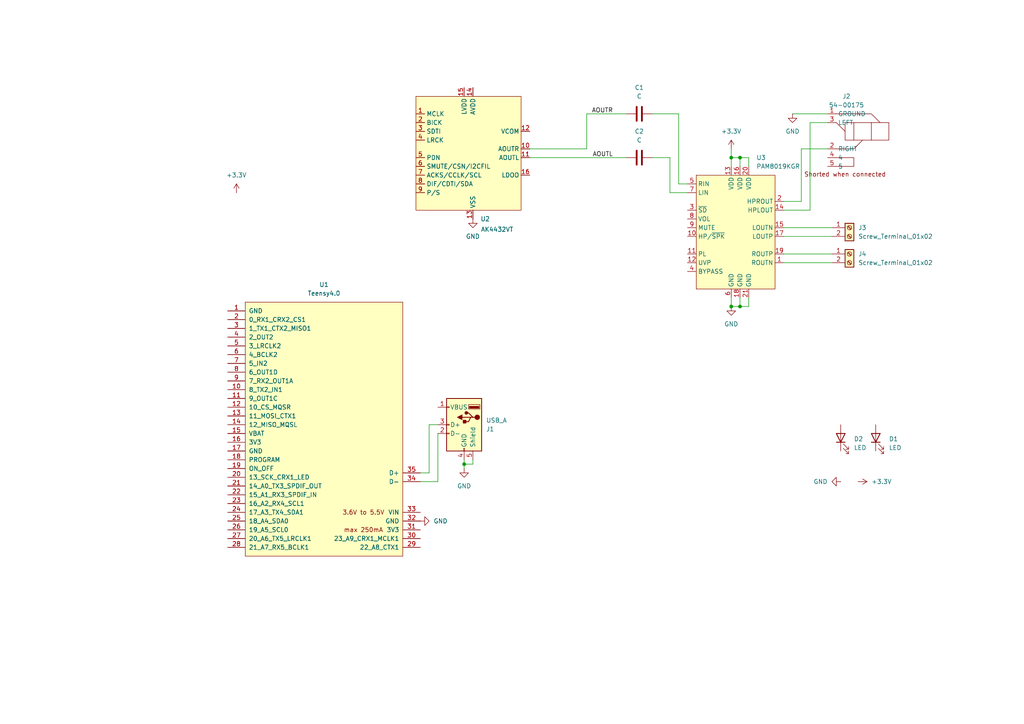
<source format=kicad_sch>
(kicad_sch
	(version 20231120)
	(generator "eeschema")
	(generator_version "8.0")
	(uuid "546cb0de-483e-40e2-898d-614ba33b81e8")
	(paper "A4")
	(lib_symbols
		(symbol "Connector:Screw_Terminal_01x02"
			(pin_names
				(offset 1.016) hide)
			(exclude_from_sim no)
			(in_bom yes)
			(on_board yes)
			(property "Reference" "J"
				(at 0 2.54 0)
				(effects
					(font
						(size 1.27 1.27)
					)
				)
			)
			(property "Value" "Screw_Terminal_01x02"
				(at 0 -5.08 0)
				(effects
					(font
						(size 1.27 1.27)
					)
				)
			)
			(property "Footprint" ""
				(at 0 0 0)
				(effects
					(font
						(size 1.27 1.27)
					)
					(hide yes)
				)
			)
			(property "Datasheet" "~"
				(at 0 0 0)
				(effects
					(font
						(size 1.27 1.27)
					)
					(hide yes)
				)
			)
			(property "Description" "Generic screw terminal, single row, 01x02, script generated (kicad-library-utils/schlib/autogen/connector/)"
				(at 0 0 0)
				(effects
					(font
						(size 1.27 1.27)
					)
					(hide yes)
				)
			)
			(property "ki_keywords" "screw terminal"
				(at 0 0 0)
				(effects
					(font
						(size 1.27 1.27)
					)
					(hide yes)
				)
			)
			(property "ki_fp_filters" "TerminalBlock*:*"
				(at 0 0 0)
				(effects
					(font
						(size 1.27 1.27)
					)
					(hide yes)
				)
			)
			(symbol "Screw_Terminal_01x02_1_1"
				(rectangle
					(start -1.27 1.27)
					(end 1.27 -3.81)
					(stroke
						(width 0.254)
						(type default)
					)
					(fill
						(type background)
					)
				)
				(circle
					(center 0 -2.54)
					(radius 0.635)
					(stroke
						(width 0.1524)
						(type default)
					)
					(fill
						(type none)
					)
				)
				(polyline
					(pts
						(xy -0.5334 -2.2098) (xy 0.3302 -3.048)
					)
					(stroke
						(width 0.1524)
						(type default)
					)
					(fill
						(type none)
					)
				)
				(polyline
					(pts
						(xy -0.5334 0.3302) (xy 0.3302 -0.508)
					)
					(stroke
						(width 0.1524)
						(type default)
					)
					(fill
						(type none)
					)
				)
				(polyline
					(pts
						(xy -0.3556 -2.032) (xy 0.508 -2.8702)
					)
					(stroke
						(width 0.1524)
						(type default)
					)
					(fill
						(type none)
					)
				)
				(polyline
					(pts
						(xy -0.3556 0.508) (xy 0.508 -0.3302)
					)
					(stroke
						(width 0.1524)
						(type default)
					)
					(fill
						(type none)
					)
				)
				(circle
					(center 0 0)
					(radius 0.635)
					(stroke
						(width 0.1524)
						(type default)
					)
					(fill
						(type none)
					)
				)
				(pin passive line
					(at -5.08 0 0)
					(length 3.81)
					(name "Pin_1"
						(effects
							(font
								(size 1.27 1.27)
							)
						)
					)
					(number "1"
						(effects
							(font
								(size 1.27 1.27)
							)
						)
					)
				)
				(pin passive line
					(at -5.08 -2.54 0)
					(length 3.81)
					(name "Pin_2"
						(effects
							(font
								(size 1.27 1.27)
							)
						)
					)
					(number "2"
						(effects
							(font
								(size 1.27 1.27)
							)
						)
					)
				)
			)
		)
		(symbol "Connector:USB_A"
			(pin_names
				(offset 1.016)
			)
			(exclude_from_sim no)
			(in_bom yes)
			(on_board yes)
			(property "Reference" "J"
				(at -5.08 11.43 0)
				(effects
					(font
						(size 1.27 1.27)
					)
					(justify left)
				)
			)
			(property "Value" "USB_A"
				(at -5.08 8.89 0)
				(effects
					(font
						(size 1.27 1.27)
					)
					(justify left)
				)
			)
			(property "Footprint" ""
				(at 3.81 -1.27 0)
				(effects
					(font
						(size 1.27 1.27)
					)
					(hide yes)
				)
			)
			(property "Datasheet" "~"
				(at 3.81 -1.27 0)
				(effects
					(font
						(size 1.27 1.27)
					)
					(hide yes)
				)
			)
			(property "Description" "USB Type A connector"
				(at 0 0 0)
				(effects
					(font
						(size 1.27 1.27)
					)
					(hide yes)
				)
			)
			(property "ki_keywords" "connector USB"
				(at 0 0 0)
				(effects
					(font
						(size 1.27 1.27)
					)
					(hide yes)
				)
			)
			(property "ki_fp_filters" "USB*"
				(at 0 0 0)
				(effects
					(font
						(size 1.27 1.27)
					)
					(hide yes)
				)
			)
			(symbol "USB_A_0_1"
				(rectangle
					(start -5.08 -7.62)
					(end 5.08 7.62)
					(stroke
						(width 0.254)
						(type default)
					)
					(fill
						(type background)
					)
				)
				(circle
					(center -3.81 2.159)
					(radius 0.635)
					(stroke
						(width 0.254)
						(type default)
					)
					(fill
						(type outline)
					)
				)
				(rectangle
					(start -1.524 4.826)
					(end -4.318 5.334)
					(stroke
						(width 0)
						(type default)
					)
					(fill
						(type outline)
					)
				)
				(rectangle
					(start -1.27 4.572)
					(end -4.572 5.842)
					(stroke
						(width 0)
						(type default)
					)
					(fill
						(type none)
					)
				)
				(circle
					(center -0.635 3.429)
					(radius 0.381)
					(stroke
						(width 0.254)
						(type default)
					)
					(fill
						(type outline)
					)
				)
				(rectangle
					(start -0.127 -7.62)
					(end 0.127 -6.858)
					(stroke
						(width 0)
						(type default)
					)
					(fill
						(type none)
					)
				)
				(polyline
					(pts
						(xy -3.175 2.159) (xy -2.54 2.159) (xy -1.27 3.429) (xy -0.635 3.429)
					)
					(stroke
						(width 0.254)
						(type default)
					)
					(fill
						(type none)
					)
				)
				(polyline
					(pts
						(xy -2.54 2.159) (xy -1.905 2.159) (xy -1.27 0.889) (xy 0 0.889)
					)
					(stroke
						(width 0.254)
						(type default)
					)
					(fill
						(type none)
					)
				)
				(polyline
					(pts
						(xy 0.635 2.794) (xy 0.635 1.524) (xy 1.905 2.159) (xy 0.635 2.794)
					)
					(stroke
						(width 0.254)
						(type default)
					)
					(fill
						(type outline)
					)
				)
				(rectangle
					(start 0.254 1.27)
					(end -0.508 0.508)
					(stroke
						(width 0.254)
						(type default)
					)
					(fill
						(type outline)
					)
				)
				(rectangle
					(start 5.08 -2.667)
					(end 4.318 -2.413)
					(stroke
						(width 0)
						(type default)
					)
					(fill
						(type none)
					)
				)
				(rectangle
					(start 5.08 -0.127)
					(end 4.318 0.127)
					(stroke
						(width 0)
						(type default)
					)
					(fill
						(type none)
					)
				)
				(rectangle
					(start 5.08 4.953)
					(end 4.318 5.207)
					(stroke
						(width 0)
						(type default)
					)
					(fill
						(type none)
					)
				)
			)
			(symbol "USB_A_1_1"
				(polyline
					(pts
						(xy -1.905 2.159) (xy 0.635 2.159)
					)
					(stroke
						(width 0.254)
						(type default)
					)
					(fill
						(type none)
					)
				)
				(pin power_in line
					(at 7.62 5.08 180)
					(length 2.54)
					(name "VBUS"
						(effects
							(font
								(size 1.27 1.27)
							)
						)
					)
					(number "1"
						(effects
							(font
								(size 1.27 1.27)
							)
						)
					)
				)
				(pin bidirectional line
					(at 7.62 -2.54 180)
					(length 2.54)
					(name "D-"
						(effects
							(font
								(size 1.27 1.27)
							)
						)
					)
					(number "2"
						(effects
							(font
								(size 1.27 1.27)
							)
						)
					)
				)
				(pin bidirectional line
					(at 7.62 0 180)
					(length 2.54)
					(name "D+"
						(effects
							(font
								(size 1.27 1.27)
							)
						)
					)
					(number "3"
						(effects
							(font
								(size 1.27 1.27)
							)
						)
					)
				)
				(pin power_in line
					(at 0 -10.16 90)
					(length 2.54)
					(name "GND"
						(effects
							(font
								(size 1.27 1.27)
							)
						)
					)
					(number "4"
						(effects
							(font
								(size 1.27 1.27)
							)
						)
					)
				)
				(pin passive line
					(at -2.54 -10.16 90)
					(length 2.54)
					(name "Shield"
						(effects
							(font
								(size 1.27 1.27)
							)
						)
					)
					(number "5"
						(effects
							(font
								(size 1.27 1.27)
							)
						)
					)
				)
			)
		)
		(symbol "Device:C"
			(pin_numbers hide)
			(pin_names
				(offset 0.254)
			)
			(exclude_from_sim no)
			(in_bom yes)
			(on_board yes)
			(property "Reference" "C"
				(at 0.635 2.54 0)
				(effects
					(font
						(size 1.27 1.27)
					)
					(justify left)
				)
			)
			(property "Value" "C"
				(at 0.635 -2.54 0)
				(effects
					(font
						(size 1.27 1.27)
					)
					(justify left)
				)
			)
			(property "Footprint" ""
				(at 0.9652 -3.81 0)
				(effects
					(font
						(size 1.27 1.27)
					)
					(hide yes)
				)
			)
			(property "Datasheet" "~"
				(at 0 0 0)
				(effects
					(font
						(size 1.27 1.27)
					)
					(hide yes)
				)
			)
			(property "Description" "Unpolarized capacitor"
				(at 0 0 0)
				(effects
					(font
						(size 1.27 1.27)
					)
					(hide yes)
				)
			)
			(property "ki_keywords" "cap capacitor"
				(at 0 0 0)
				(effects
					(font
						(size 1.27 1.27)
					)
					(hide yes)
				)
			)
			(property "ki_fp_filters" "C_*"
				(at 0 0 0)
				(effects
					(font
						(size 1.27 1.27)
					)
					(hide yes)
				)
			)
			(symbol "C_0_1"
				(polyline
					(pts
						(xy -2.032 -0.762) (xy 2.032 -0.762)
					)
					(stroke
						(width 0.508)
						(type default)
					)
					(fill
						(type none)
					)
				)
				(polyline
					(pts
						(xy -2.032 0.762) (xy 2.032 0.762)
					)
					(stroke
						(width 0.508)
						(type default)
					)
					(fill
						(type none)
					)
				)
			)
			(symbol "C_1_1"
				(pin passive line
					(at 0 3.81 270)
					(length 2.794)
					(name "~"
						(effects
							(font
								(size 1.27 1.27)
							)
						)
					)
					(number "1"
						(effects
							(font
								(size 1.27 1.27)
							)
						)
					)
				)
				(pin passive line
					(at 0 -3.81 90)
					(length 2.794)
					(name "~"
						(effects
							(font
								(size 1.27 1.27)
							)
						)
					)
					(number "2"
						(effects
							(font
								(size 1.27 1.27)
							)
						)
					)
				)
			)
		)
		(symbol "Device:LED"
			(pin_numbers hide)
			(pin_names
				(offset 1.016) hide)
			(exclude_from_sim no)
			(in_bom yes)
			(on_board yes)
			(property "Reference" "D"
				(at 0 2.54 0)
				(effects
					(font
						(size 1.27 1.27)
					)
				)
			)
			(property "Value" "LED"
				(at 0 -2.54 0)
				(effects
					(font
						(size 1.27 1.27)
					)
				)
			)
			(property "Footprint" ""
				(at 0 0 0)
				(effects
					(font
						(size 1.27 1.27)
					)
					(hide yes)
				)
			)
			(property "Datasheet" "~"
				(at 0 0 0)
				(effects
					(font
						(size 1.27 1.27)
					)
					(hide yes)
				)
			)
			(property "Description" "Light emitting diode"
				(at 0 0 0)
				(effects
					(font
						(size 1.27 1.27)
					)
					(hide yes)
				)
			)
			(property "ki_keywords" "LED diode"
				(at 0 0 0)
				(effects
					(font
						(size 1.27 1.27)
					)
					(hide yes)
				)
			)
			(property "ki_fp_filters" "LED* LED_SMD:* LED_THT:*"
				(at 0 0 0)
				(effects
					(font
						(size 1.27 1.27)
					)
					(hide yes)
				)
			)
			(symbol "LED_0_1"
				(polyline
					(pts
						(xy -1.27 -1.27) (xy -1.27 1.27)
					)
					(stroke
						(width 0.254)
						(type default)
					)
					(fill
						(type none)
					)
				)
				(polyline
					(pts
						(xy -1.27 0) (xy 1.27 0)
					)
					(stroke
						(width 0)
						(type default)
					)
					(fill
						(type none)
					)
				)
				(polyline
					(pts
						(xy 1.27 -1.27) (xy 1.27 1.27) (xy -1.27 0) (xy 1.27 -1.27)
					)
					(stroke
						(width 0.254)
						(type default)
					)
					(fill
						(type none)
					)
				)
				(polyline
					(pts
						(xy -3.048 -0.762) (xy -4.572 -2.286) (xy -3.81 -2.286) (xy -4.572 -2.286) (xy -4.572 -1.524)
					)
					(stroke
						(width 0)
						(type default)
					)
					(fill
						(type none)
					)
				)
				(polyline
					(pts
						(xy -1.778 -0.762) (xy -3.302 -2.286) (xy -2.54 -2.286) (xy -3.302 -2.286) (xy -3.302 -1.524)
					)
					(stroke
						(width 0)
						(type default)
					)
					(fill
						(type none)
					)
				)
			)
			(symbol "LED_1_1"
				(pin passive line
					(at -3.81 0 0)
					(length 2.54)
					(name "K"
						(effects
							(font
								(size 1.27 1.27)
							)
						)
					)
					(number "1"
						(effects
							(font
								(size 1.27 1.27)
							)
						)
					)
				)
				(pin passive line
					(at 3.81 0 180)
					(length 2.54)
					(name "A"
						(effects
							(font
								(size 1.27 1.27)
							)
						)
					)
					(number "2"
						(effects
							(font
								(size 1.27 1.27)
							)
						)
					)
				)
			)
		)
		(symbol "power:+3.3V"
			(power)
			(pin_numbers hide)
			(pin_names
				(offset 0) hide)
			(exclude_from_sim no)
			(in_bom yes)
			(on_board yes)
			(property "Reference" "#PWR"
				(at 0 -3.81 0)
				(effects
					(font
						(size 1.27 1.27)
					)
					(hide yes)
				)
			)
			(property "Value" "+3.3V"
				(at 0 3.556 0)
				(effects
					(font
						(size 1.27 1.27)
					)
				)
			)
			(property "Footprint" ""
				(at 0 0 0)
				(effects
					(font
						(size 1.27 1.27)
					)
					(hide yes)
				)
			)
			(property "Datasheet" ""
				(at 0 0 0)
				(effects
					(font
						(size 1.27 1.27)
					)
					(hide yes)
				)
			)
			(property "Description" "Power symbol creates a global label with name \"+3.3V\""
				(at 0 0 0)
				(effects
					(font
						(size 1.27 1.27)
					)
					(hide yes)
				)
			)
			(property "ki_keywords" "global power"
				(at 0 0 0)
				(effects
					(font
						(size 1.27 1.27)
					)
					(hide yes)
				)
			)
			(symbol "+3.3V_0_1"
				(polyline
					(pts
						(xy -0.762 1.27) (xy 0 2.54)
					)
					(stroke
						(width 0)
						(type default)
					)
					(fill
						(type none)
					)
				)
				(polyline
					(pts
						(xy 0 0) (xy 0 2.54)
					)
					(stroke
						(width 0)
						(type default)
					)
					(fill
						(type none)
					)
				)
				(polyline
					(pts
						(xy 0 2.54) (xy 0.762 1.27)
					)
					(stroke
						(width 0)
						(type default)
					)
					(fill
						(type none)
					)
				)
			)
			(symbol "+3.3V_1_1"
				(pin power_in line
					(at 0 0 90)
					(length 0)
					(name "~"
						(effects
							(font
								(size 1.27 1.27)
							)
						)
					)
					(number "1"
						(effects
							(font
								(size 1.27 1.27)
							)
						)
					)
				)
			)
		)
		(symbol "power:GND"
			(power)
			(pin_numbers hide)
			(pin_names
				(offset 0) hide)
			(exclude_from_sim no)
			(in_bom yes)
			(on_board yes)
			(property "Reference" "#PWR"
				(at 0 -6.35 0)
				(effects
					(font
						(size 1.27 1.27)
					)
					(hide yes)
				)
			)
			(property "Value" "GND"
				(at 0 -3.81 0)
				(effects
					(font
						(size 1.27 1.27)
					)
				)
			)
			(property "Footprint" ""
				(at 0 0 0)
				(effects
					(font
						(size 1.27 1.27)
					)
					(hide yes)
				)
			)
			(property "Datasheet" ""
				(at 0 0 0)
				(effects
					(font
						(size 1.27 1.27)
					)
					(hide yes)
				)
			)
			(property "Description" "Power symbol creates a global label with name \"GND\" , ground"
				(at 0 0 0)
				(effects
					(font
						(size 1.27 1.27)
					)
					(hide yes)
				)
			)
			(property "ki_keywords" "global power"
				(at 0 0 0)
				(effects
					(font
						(size 1.27 1.27)
					)
					(hide yes)
				)
			)
			(symbol "GND_0_1"
				(polyline
					(pts
						(xy 0 0) (xy 0 -1.27) (xy 1.27 -1.27) (xy 0 -2.54) (xy -1.27 -1.27) (xy 0 -1.27)
					)
					(stroke
						(width 0)
						(type default)
					)
					(fill
						(type none)
					)
				)
			)
			(symbol "GND_1_1"
				(pin power_in line
					(at 0 0 270)
					(length 0)
					(name "~"
						(effects
							(font
								(size 1.27 1.27)
							)
						)
					)
					(number "1"
						(effects
							(font
								(size 1.27 1.27)
							)
						)
					)
				)
			)
		)
		(symbol "teensy:Teensy4.0"
			(pin_names
				(offset 1.016)
			)
			(exclude_from_sim no)
			(in_bom yes)
			(on_board yes)
			(property "Reference" "U"
				(at 0 39.37 0)
				(effects
					(font
						(size 1.27 1.27)
					)
				)
			)
			(property "Value" "Teensy4.0"
				(at 0 -39.37 0)
				(effects
					(font
						(size 1.27 1.27)
					)
				)
			)
			(property "Footprint" "tim:Teensy40"
				(at -10.16 5.08 0)
				(effects
					(font
						(size 1.27 1.27)
					)
					(hide yes)
				)
			)
			(property "Datasheet" ""
				(at -10.16 5.08 0)
				(effects
					(font
						(size 1.27 1.27)
					)
					(hide yes)
				)
			)
			(property "Description" ""
				(at 0 0 0)
				(effects
					(font
						(size 1.27 1.27)
					)
					(hide yes)
				)
			)
			(symbol "Teensy4.0_0_0"
				(text "3.6V to 5.5V"
					(at 11.43 -24.13 0)
					(effects
						(font
							(size 1.27 1.27)
						)
					)
				)
				(text "max 250mA"
					(at 11.43 -29.21 0)
					(effects
						(font
							(size 1.27 1.27)
						)
					)
				)
				(pin bidirectional line
					(at -27.94 11.43 0)
					(length 5.08)
					(name "8_TX2_IN1"
						(effects
							(font
								(size 1.27 1.27)
							)
						)
					)
					(number "10"
						(effects
							(font
								(size 1.27 1.27)
							)
						)
					)
				)
				(pin bidirectional line
					(at -27.94 8.89 0)
					(length 5.08)
					(name "9_OUT1C"
						(effects
							(font
								(size 1.27 1.27)
							)
						)
					)
					(number "11"
						(effects
							(font
								(size 1.27 1.27)
							)
						)
					)
				)
				(pin bidirectional line
					(at -27.94 6.35 0)
					(length 5.08)
					(name "10_CS_MQSR"
						(effects
							(font
								(size 1.27 1.27)
							)
						)
					)
					(number "12"
						(effects
							(font
								(size 1.27 1.27)
							)
						)
					)
				)
				(pin bidirectional line
					(at -27.94 3.81 0)
					(length 5.08)
					(name "11_MOSI_CTX1"
						(effects
							(font
								(size 1.27 1.27)
							)
						)
					)
					(number "13"
						(effects
							(font
								(size 1.27 1.27)
							)
						)
					)
				)
				(pin bidirectional line
					(at -27.94 1.27 0)
					(length 5.08)
					(name "12_MISO_MQSL"
						(effects
							(font
								(size 1.27 1.27)
							)
						)
					)
					(number "14"
						(effects
							(font
								(size 1.27 1.27)
							)
						)
					)
				)
				(pin power_in line
					(at -27.94 -1.27 0)
					(length 5.08)
					(name "VBAT"
						(effects
							(font
								(size 1.27 1.27)
							)
						)
					)
					(number "15"
						(effects
							(font
								(size 1.27 1.27)
							)
						)
					)
				)
				(pin power_in line
					(at -27.94 -3.81 0)
					(length 5.08)
					(name "3V3"
						(effects
							(font
								(size 1.27 1.27)
							)
						)
					)
					(number "16"
						(effects
							(font
								(size 1.27 1.27)
							)
						)
					)
				)
				(pin power_in line
					(at -27.94 -6.35 0)
					(length 5.08)
					(name "GND"
						(effects
							(font
								(size 1.27 1.27)
							)
						)
					)
					(number "17"
						(effects
							(font
								(size 1.27 1.27)
							)
						)
					)
				)
				(pin input line
					(at -27.94 -8.89 0)
					(length 5.08)
					(name "PROGRAM"
						(effects
							(font
								(size 1.27 1.27)
							)
						)
					)
					(number "18"
						(effects
							(font
								(size 1.27 1.27)
							)
						)
					)
				)
				(pin input line
					(at -27.94 -11.43 0)
					(length 5.08)
					(name "ON_OFF"
						(effects
							(font
								(size 1.27 1.27)
							)
						)
					)
					(number "19"
						(effects
							(font
								(size 1.27 1.27)
							)
						)
					)
				)
				(pin bidirectional line
					(at -27.94 -13.97 0)
					(length 5.08)
					(name "13_SCK_CRX1_LED"
						(effects
							(font
								(size 1.27 1.27)
							)
						)
					)
					(number "20"
						(effects
							(font
								(size 1.27 1.27)
							)
						)
					)
				)
				(pin bidirectional line
					(at -27.94 -16.51 0)
					(length 5.08)
					(name "14_A0_TX3_SPDIF_OUT"
						(effects
							(font
								(size 1.27 1.27)
							)
						)
					)
					(number "21"
						(effects
							(font
								(size 1.27 1.27)
							)
						)
					)
				)
				(pin bidirectional line
					(at -27.94 -19.05 0)
					(length 5.08)
					(name "15_A1_RX3_SPDIF_IN"
						(effects
							(font
								(size 1.27 1.27)
							)
						)
					)
					(number "22"
						(effects
							(font
								(size 1.27 1.27)
							)
						)
					)
				)
				(pin bidirectional line
					(at -27.94 -21.59 0)
					(length 5.08)
					(name "16_A2_RX4_SCL1"
						(effects
							(font
								(size 1.27 1.27)
							)
						)
					)
					(number "23"
						(effects
							(font
								(size 1.27 1.27)
							)
						)
					)
				)
				(pin bidirectional line
					(at -27.94 -24.13 0)
					(length 5.08)
					(name "17_A3_TX4_SDA1"
						(effects
							(font
								(size 1.27 1.27)
							)
						)
					)
					(number "24"
						(effects
							(font
								(size 1.27 1.27)
							)
						)
					)
				)
				(pin bidirectional line
					(at -27.94 -26.67 0)
					(length 5.08)
					(name "18_A4_SDA0"
						(effects
							(font
								(size 1.27 1.27)
							)
						)
					)
					(number "25"
						(effects
							(font
								(size 1.27 1.27)
							)
						)
					)
				)
				(pin bidirectional line
					(at -27.94 -29.21 0)
					(length 5.08)
					(name "19_A5_SCL0"
						(effects
							(font
								(size 1.27 1.27)
							)
						)
					)
					(number "26"
						(effects
							(font
								(size 1.27 1.27)
							)
						)
					)
				)
				(pin bidirectional line
					(at -27.94 -31.75 0)
					(length 5.08)
					(name "20_A6_TX5_LRCLK1"
						(effects
							(font
								(size 1.27 1.27)
							)
						)
					)
					(number "27"
						(effects
							(font
								(size 1.27 1.27)
							)
						)
					)
				)
				(pin bidirectional line
					(at -27.94 -34.29 0)
					(length 5.08)
					(name "21_A7_RX5_BCLK1"
						(effects
							(font
								(size 1.27 1.27)
							)
						)
					)
					(number "28"
						(effects
							(font
								(size 1.27 1.27)
							)
						)
					)
				)
				(pin bidirectional line
					(at 27.94 -34.29 180)
					(length 5.08)
					(name "22_A8_CTX1"
						(effects
							(font
								(size 1.27 1.27)
							)
						)
					)
					(number "29"
						(effects
							(font
								(size 1.27 1.27)
							)
						)
					)
				)
				(pin bidirectional line
					(at 27.94 -31.75 180)
					(length 5.08)
					(name "23_A9_CRX1_MCLK1"
						(effects
							(font
								(size 1.27 1.27)
							)
						)
					)
					(number "30"
						(effects
							(font
								(size 1.27 1.27)
							)
						)
					)
				)
				(pin power_out line
					(at 27.94 -29.21 180)
					(length 5.08)
					(name "3V3"
						(effects
							(font
								(size 1.27 1.27)
							)
						)
					)
					(number "31"
						(effects
							(font
								(size 1.27 1.27)
							)
						)
					)
				)
				(pin power_in line
					(at 27.94 -26.67 180)
					(length 5.08)
					(name "GND"
						(effects
							(font
								(size 1.27 1.27)
							)
						)
					)
					(number "32"
						(effects
							(font
								(size 1.27 1.27)
							)
						)
					)
				)
				(pin power_in line
					(at 27.94 -24.13 180)
					(length 5.08)
					(name "VIN"
						(effects
							(font
								(size 1.27 1.27)
							)
						)
					)
					(number "33"
						(effects
							(font
								(size 1.27 1.27)
							)
						)
					)
				)
				(pin bidirectional line
					(at -27.94 24.13 0)
					(length 5.08)
					(name "3_LRCLK2"
						(effects
							(font
								(size 1.27 1.27)
							)
						)
					)
					(number "5"
						(effects
							(font
								(size 1.27 1.27)
							)
						)
					)
				)
				(pin bidirectional line
					(at -27.94 21.59 0)
					(length 5.08)
					(name "4_BCLK2"
						(effects
							(font
								(size 1.27 1.27)
							)
						)
					)
					(number "6"
						(effects
							(font
								(size 1.27 1.27)
							)
						)
					)
				)
				(pin bidirectional line
					(at -27.94 19.05 0)
					(length 5.08)
					(name "5_IN2"
						(effects
							(font
								(size 1.27 1.27)
							)
						)
					)
					(number "7"
						(effects
							(font
								(size 1.27 1.27)
							)
						)
					)
				)
				(pin bidirectional line
					(at -27.94 16.51 0)
					(length 5.08)
					(name "6_OUT1D"
						(effects
							(font
								(size 1.27 1.27)
							)
						)
					)
					(number "8"
						(effects
							(font
								(size 1.27 1.27)
							)
						)
					)
				)
				(pin bidirectional line
					(at -27.94 13.97 0)
					(length 5.08)
					(name "7_RX2_OUT1A"
						(effects
							(font
								(size 1.27 1.27)
							)
						)
					)
					(number "9"
						(effects
							(font
								(size 1.27 1.27)
							)
						)
					)
				)
			)
			(symbol "Teensy4.0_0_1"
				(rectangle
					(start -20.32 -31.75)
					(end -20.32 -31.75)
					(stroke
						(width 0)
						(type solid)
					)
					(fill
						(type none)
					)
				)
			)
			(symbol "Teensy4.0_1_0"
				(pin bidirectional line
					(at 27.94 -15.24 180)
					(length 5.08)
					(name "D-"
						(effects
							(font
								(size 1.27 1.27)
							)
						)
					)
					(number "34"
						(effects
							(font
								(size 1.27 1.27)
							)
						)
					)
				)
				(pin bidirectional line
					(at 27.94 -12.7 180)
					(length 5.08)
					(name "D+"
						(effects
							(font
								(size 1.27 1.27)
							)
						)
					)
					(number "35"
						(effects
							(font
								(size 1.27 1.27)
							)
						)
					)
				)
			)
			(symbol "Teensy4.0_1_1"
				(rectangle
					(start -22.86 36.83)
					(end 22.86 -36.83)
					(stroke
						(width 0)
						(type solid)
					)
					(fill
						(type background)
					)
				)
				(pin power_in line
					(at -27.94 34.29 0)
					(length 5.08)
					(name "GND"
						(effects
							(font
								(size 1.27 1.27)
							)
						)
					)
					(number "1"
						(effects
							(font
								(size 1.27 1.27)
							)
						)
					)
				)
				(pin bidirectional line
					(at -27.94 31.75 0)
					(length 5.08)
					(name "0_RX1_CRX2_CS1"
						(effects
							(font
								(size 1.27 1.27)
							)
						)
					)
					(number "2"
						(effects
							(font
								(size 1.27 1.27)
							)
						)
					)
				)
				(pin bidirectional line
					(at -27.94 29.21 0)
					(length 5.08)
					(name "1_TX1_CTX2_MISO1"
						(effects
							(font
								(size 1.27 1.27)
							)
						)
					)
					(number "3"
						(effects
							(font
								(size 1.27 1.27)
							)
						)
					)
				)
				(pin bidirectional line
					(at -27.94 26.67 0)
					(length 5.08)
					(name "2_OUT2"
						(effects
							(font
								(size 1.27 1.27)
							)
						)
					)
					(number "4"
						(effects
							(font
								(size 1.27 1.27)
							)
						)
					)
				)
			)
		)
		(symbol "tim:54-00175"
			(exclude_from_sim no)
			(in_bom yes)
			(on_board yes)
			(property "Reference" "J"
				(at -1.778 1.27 0)
				(effects
					(font
						(size 1.27 1.27)
					)
				)
			)
			(property "Value" "54-00175"
				(at 0 0 0)
				(effects
					(font
						(size 1.27 1.27)
					)
				)
			)
			(property "Footprint" "tim:54-00175"
				(at 0 0 0)
				(effects
					(font
						(size 1.27 1.27)
					)
					(hide yes)
				)
			)
			(property "Datasheet" "http://tensility.com/pdffiles/54-00175.pdf"
				(at 0 0 0)
				(effects
					(font
						(size 1.27 1.27)
					)
					(hide yes)
				)
			)
			(property "Description" "3.50mm (0.141\", 1/8\", Mini Plug) - Headphone Phone Jack Stereo (3 Conductor, TRS) Connector Solder"
				(at 0 0 0)
				(effects
					(font
						(size 1.27 1.27)
					)
					(hide yes)
				)
			)
			(symbol "54-00175_0_1"
				(polyline
					(pts
						(xy -7.62 2.54) (xy -7.62 -2.54)
					)
					(stroke
						(width 0)
						(type default)
					)
					(fill
						(type none)
					)
				)
				(polyline
					(pts
						(xy -2.54 2.54) (xy -2.54 -2.54)
					)
					(stroke
						(width 0)
						(type default)
					)
					(fill
						(type none)
					)
				)
				(polyline
					(pts
						(xy 2.54 2.54) (xy 0 0)
					)
					(stroke
						(width 0)
						(type default)
					)
					(fill
						(type none)
					)
				)
				(polyline
					(pts
						(xy 2.54 -5.08) (xy -2.54 -5.08) (xy -5.08 -2.54)
					)
					(stroke
						(width 0)
						(type default)
					)
					(fill
						(type none)
					)
				)
				(polyline
					(pts
						(xy 2.54 5.08) (xy -7.62 5.08) (xy -10.16 2.54)
					)
					(stroke
						(width 0)
						(type default)
					)
					(fill
						(type none)
					)
				)
				(polyline
					(pts
						(xy 2.54 -7.62) (xy -2.54 -7.62) (xy -2.54 -10.16) (xy 2.54 -10.16)
					)
					(stroke
						(width 0)
						(type default)
					)
					(fill
						(type none)
					)
				)
				(polyline
					(pts
						(xy -12.7 2.54) (xy 0 2.54) (xy 0 -2.54) (xy -12.7 -2.54) (xy -12.7 2.54)
					)
					(stroke
						(width 0)
						(type default)
					)
					(fill
						(type none)
					)
				)
			)
			(symbol "54-00175_1_1"
				(text "Shorted when connected"
					(at 0 -12.446 0)
					(effects
						(font
							(size 1.27 1.27)
						)
					)
				)
				(pin output line
					(at 5.08 5.08 180)
					(length 2.54)
					(name "GROUND"
						(effects
							(font
								(size 1.27 1.27)
							)
						)
					)
					(number "1"
						(effects
							(font
								(size 1.27 1.27)
							)
						)
					)
				)
				(pin output line
					(at 5.08 -5.08 180)
					(length 2.54)
					(name "RIGHT"
						(effects
							(font
								(size 1.27 1.27)
							)
						)
					)
					(number "2"
						(effects
							(font
								(size 1.27 1.27)
							)
						)
					)
				)
				(pin output line
					(at 5.08 2.54 180)
					(length 2.54)
					(name "LEFT"
						(effects
							(font
								(size 1.27 1.27)
							)
						)
					)
					(number "3"
						(effects
							(font
								(size 1.27 1.27)
							)
						)
					)
				)
				(pin output line
					(at 5.08 -7.62 180)
					(length 2.54)
					(name "4"
						(effects
							(font
								(size 1.27 1.27)
							)
						)
					)
					(number "4"
						(effects
							(font
								(size 1.27 1.27)
							)
						)
					)
				)
				(pin output line
					(at 5.08 -10.16 180)
					(length 2.54)
					(name "5"
						(effects
							(font
								(size 1.27 1.27)
							)
						)
					)
					(number "5"
						(effects
							(font
								(size 1.27 1.27)
							)
						)
					)
				)
			)
		)
		(symbol "tim:AK4432VT"
			(exclude_from_sim no)
			(in_bom yes)
			(on_board yes)
			(property "Reference" "U"
				(at -13.97 -17.78 0)
				(effects
					(font
						(size 1.27 1.27)
					)
				)
			)
			(property "Value" ""
				(at -13.97 -17.78 0)
				(effects
					(font
						(size 1.27 1.27)
					)
				)
			)
			(property "Footprint" "Package_SO:TSSOP-16_4.4x5mm_P0.65mm"
				(at -13.97 -17.78 0)
				(effects
					(font
						(size 1.27 1.27)
					)
					(hide yes)
				)
			)
			(property "Datasheet" ""
				(at -13.97 -17.78 0)
				(effects
					(font
						(size 1.27 1.27)
					)
					(hide yes)
				)
			)
			(property "Description" ""
				(at -13.97 -17.78 0)
				(effects
					(font
						(size 1.27 1.27)
					)
					(hide yes)
				)
			)
			(symbol "AK4432VT_1_1"
				(rectangle
					(start 0 0)
					(end 30.48 -33.02)
					(stroke
						(width 0)
						(type default)
					)
					(fill
						(type background)
					)
				)
				(pin input line
					(at 0 -5.08 0)
					(length 2.54)
					(name "MCLK"
						(effects
							(font
								(size 1.27 1.27)
							)
						)
					)
					(number "1"
						(effects
							(font
								(size 1.27 1.27)
							)
						)
					)
				)
				(pin output line
					(at 33.02 -15.24 180)
					(length 2.54)
					(name "AOUTR"
						(effects
							(font
								(size 1.27 1.27)
							)
						)
					)
					(number "10"
						(effects
							(font
								(size 1.27 1.27)
							)
						)
					)
				)
				(pin output line
					(at 33.02 -17.78 180)
					(length 2.54)
					(name "AOUTL"
						(effects
							(font
								(size 1.27 1.27)
							)
						)
					)
					(number "11"
						(effects
							(font
								(size 1.27 1.27)
							)
						)
					)
				)
				(pin output line
					(at 33.02 -10.16 180)
					(length 2.54)
					(name "VCOM"
						(effects
							(font
								(size 1.27 1.27)
							)
						)
					)
					(number "12"
						(effects
							(font
								(size 1.27 1.27)
							)
						)
					)
				)
				(pin power_in line
					(at 16.51 -35.56 90)
					(length 2.54)
					(name "VSS"
						(effects
							(font
								(size 1.27 1.27)
							)
						)
					)
					(number "13"
						(effects
							(font
								(size 1.27 1.27)
							)
						)
					)
				)
				(pin power_in line
					(at 16.51 2.54 270)
					(length 2.54)
					(name "AVDD"
						(effects
							(font
								(size 1.27 1.27)
							)
						)
					)
					(number "14"
						(effects
							(font
								(size 1.27 1.27)
							)
						)
					)
				)
				(pin power_in line
					(at 13.97 2.54 270)
					(length 2.54)
					(name "LVDD"
						(effects
							(font
								(size 1.27 1.27)
							)
						)
					)
					(number "15"
						(effects
							(font
								(size 1.27 1.27)
							)
						)
					)
				)
				(pin output line
					(at 33.02 -22.86 180)
					(length 2.54)
					(name "LDOO"
						(effects
							(font
								(size 1.27 1.27)
							)
						)
					)
					(number "16"
						(effects
							(font
								(size 1.27 1.27)
							)
						)
					)
				)
				(pin input line
					(at 0 -7.62 0)
					(length 2.54)
					(name "BICK"
						(effects
							(font
								(size 1.27 1.27)
							)
						)
					)
					(number "2"
						(effects
							(font
								(size 1.27 1.27)
							)
						)
					)
				)
				(pin input line
					(at 0 -10.16 0)
					(length 2.54)
					(name "SDTI"
						(effects
							(font
								(size 1.27 1.27)
							)
						)
					)
					(number "3"
						(effects
							(font
								(size 1.27 1.27)
							)
						)
					)
				)
				(pin input line
					(at 0 -12.7 0)
					(length 2.54)
					(name "LRCK"
						(effects
							(font
								(size 1.27 1.27)
							)
						)
					)
					(number "4"
						(effects
							(font
								(size 1.27 1.27)
							)
						)
					)
				)
				(pin input line
					(at 0 -17.78 0)
					(length 2.54)
					(name "PDN"
						(effects
							(font
								(size 1.27 1.27)
							)
						)
					)
					(number "5"
						(effects
							(font
								(size 1.27 1.27)
							)
						)
					)
				)
				(pin input line
					(at 0 -20.32 0)
					(length 2.54)
					(name "SMUTE/CSN/I2CFIL"
						(effects
							(font
								(size 1.27 1.27)
							)
						)
					)
					(number "6"
						(effects
							(font
								(size 1.27 1.27)
							)
						)
					)
				)
				(pin input line
					(at 0 -22.86 0)
					(length 2.54)
					(name "ACKS/CCLK/SCL"
						(effects
							(font
								(size 1.27 1.27)
							)
						)
					)
					(number "7"
						(effects
							(font
								(size 1.27 1.27)
							)
						)
					)
				)
				(pin input line
					(at 0 -25.4 0)
					(length 2.54)
					(name "DIF/CDTI/SDA"
						(effects
							(font
								(size 1.27 1.27)
							)
						)
					)
					(number "8"
						(effects
							(font
								(size 1.27 1.27)
							)
						)
					)
				)
				(pin input line
					(at 0 -27.94 0)
					(length 2.54)
					(name "P/S"
						(effects
							(font
								(size 1.27 1.27)
							)
						)
					)
					(number "9"
						(effects
							(font
								(size 1.27 1.27)
							)
						)
					)
				)
			)
		)
		(symbol "tim:PAM8019"
			(exclude_from_sim no)
			(in_bom yes)
			(on_board yes)
			(property "Reference" "U"
				(at 0 0 0)
				(effects
					(font
						(size 1.27 1.27)
					)
				)
			)
			(property "Value" "PAM8019KGR"
				(at 0 0 0)
				(effects
					(font
						(size 1.27 1.27)
					)
				)
			)
			(property "Footprint" "Package_DFN_QFN:QFN-20-1EP_4x4mm_P0.5mm_EP2.5x2.5mm"
				(at 0 0 0)
				(effects
					(font
						(size 1.27 1.27)
					)
					(hide yes)
				)
			)
			(property "Datasheet" "https://www.diodes.com/assets/Datasheets/products_inactive_data/PAM8019.pdf"
				(at 0 0 0)
				(effects
					(font
						(size 1.27 1.27)
					)
					(hide yes)
				)
			)
			(property "Description" "IC AMP D/AB STER 3W U-QFN4040-20"
				(at 0 0 0)
				(effects
					(font
						(size 1.27 1.27)
					)
					(hide yes)
				)
			)
			(symbol "PAM8019_1_1"
				(rectangle
					(start 0 0)
					(end 22.86 -33.02)
					(stroke
						(width 0)
						(type default)
					)
					(fill
						(type background)
					)
				)
				(pin output line
					(at 25.4 -25.4 180)
					(length 2.54)
					(name "ROUTN"
						(effects
							(font
								(size 1.27 1.27)
							)
						)
					)
					(number "1"
						(effects
							(font
								(size 1.27 1.27)
							)
						)
					)
				)
				(pin input line
					(at -2.54 -17.78 0)
					(length 2.54)
					(name "HP/~{SPK}"
						(effects
							(font
								(size 1.27 1.27)
							)
						)
					)
					(number "10"
						(effects
							(font
								(size 1.27 1.27)
							)
						)
					)
				)
				(pin input line
					(at -2.54 -22.86 0)
					(length 2.54)
					(name "PL"
						(effects
							(font
								(size 1.27 1.27)
							)
						)
					)
					(number "11"
						(effects
							(font
								(size 1.27 1.27)
							)
						)
					)
				)
				(pin input line
					(at -2.54 -25.4 0)
					(length 2.54)
					(name "UVP"
						(effects
							(font
								(size 1.27 1.27)
							)
						)
					)
					(number "12"
						(effects
							(font
								(size 1.27 1.27)
							)
						)
					)
				)
				(pin power_in line
					(at 10.16 2.54 270)
					(length 2.54)
					(name "VDD"
						(effects
							(font
								(size 1.27 1.27)
							)
						)
					)
					(number "13"
						(effects
							(font
								(size 1.27 1.27)
							)
						)
					)
				)
				(pin output line
					(at 25.4 -10.16 180)
					(length 2.54)
					(name "HPLOUT"
						(effects
							(font
								(size 1.27 1.27)
							)
						)
					)
					(number "14"
						(effects
							(font
								(size 1.27 1.27)
							)
						)
					)
				)
				(pin output line
					(at 25.4 -15.24 180)
					(length 2.54)
					(name "LOUTN"
						(effects
							(font
								(size 1.27 1.27)
							)
						)
					)
					(number "15"
						(effects
							(font
								(size 1.27 1.27)
							)
						)
					)
				)
				(pin power_in line
					(at 12.7 2.54 270)
					(length 2.54)
					(name "VDD"
						(effects
							(font
								(size 1.27 1.27)
							)
						)
					)
					(number "16"
						(effects
							(font
								(size 1.27 1.27)
							)
						)
					)
				)
				(pin output line
					(at 25.4 -17.78 180)
					(length 2.54)
					(name "LOUTP"
						(effects
							(font
								(size 1.27 1.27)
							)
						)
					)
					(number "17"
						(effects
							(font
								(size 1.27 1.27)
							)
						)
					)
				)
				(pin power_in line
					(at 12.7 -35.56 90)
					(length 2.54)
					(name "GND"
						(effects
							(font
								(size 1.27 1.27)
							)
						)
					)
					(number "18"
						(effects
							(font
								(size 1.27 1.27)
							)
						)
					)
				)
				(pin output line
					(at 25.4 -22.86 180)
					(length 2.54)
					(name "ROUTP"
						(effects
							(font
								(size 1.27 1.27)
							)
						)
					)
					(number "19"
						(effects
							(font
								(size 1.27 1.27)
							)
						)
					)
				)
				(pin output line
					(at 25.4 -7.62 180)
					(length 2.54)
					(name "HPROUT"
						(effects
							(font
								(size 1.27 1.27)
							)
						)
					)
					(number "2"
						(effects
							(font
								(size 1.27 1.27)
							)
						)
					)
				)
				(pin power_in line
					(at 15.24 2.54 270)
					(length 2.54)
					(name "VDD"
						(effects
							(font
								(size 1.27 1.27)
							)
						)
					)
					(number "20"
						(effects
							(font
								(size 1.27 1.27)
							)
						)
					)
				)
				(pin power_in line
					(at 15.24 -35.56 90)
					(length 2.54)
					(name "GND"
						(effects
							(font
								(size 1.27 1.27)
							)
						)
					)
					(number "21"
						(effects
							(font
								(size 1.27 1.27)
							)
						)
					)
				)
				(pin input line
					(at -2.54 -10.16 0)
					(length 2.54)
					(name "~{SD}"
						(effects
							(font
								(size 1.27 1.27)
							)
						)
					)
					(number "3"
						(effects
							(font
								(size 1.27 1.27)
							)
						)
					)
				)
				(pin input line
					(at -2.54 -27.94 0)
					(length 2.54)
					(name "BYPASS"
						(effects
							(font
								(size 1.27 1.27)
							)
						)
					)
					(number "4"
						(effects
							(font
								(size 1.27 1.27)
							)
						)
					)
				)
				(pin input line
					(at -2.54 -2.54 0)
					(length 2.54)
					(name "RIN"
						(effects
							(font
								(size 1.27 1.27)
							)
						)
					)
					(number "5"
						(effects
							(font
								(size 1.27 1.27)
							)
						)
					)
				)
				(pin power_in line
					(at 10.16 -35.56 90)
					(length 2.54)
					(name "GND"
						(effects
							(font
								(size 1.27 1.27)
							)
						)
					)
					(number "6"
						(effects
							(font
								(size 1.27 1.27)
							)
						)
					)
				)
				(pin input line
					(at -2.54 -5.08 0)
					(length 2.54)
					(name "LIN"
						(effects
							(font
								(size 1.27 1.27)
							)
						)
					)
					(number "7"
						(effects
							(font
								(size 1.27 1.27)
							)
						)
					)
				)
				(pin input line
					(at -2.54 -12.7 0)
					(length 2.54)
					(name "VOL"
						(effects
							(font
								(size 1.27 1.27)
							)
						)
					)
					(number "8"
						(effects
							(font
								(size 1.27 1.27)
							)
						)
					)
				)
				(pin input line
					(at -2.54 -15.24 0)
					(length 2.54)
					(name "MUTE"
						(effects
							(font
								(size 1.27 1.27)
							)
						)
					)
					(number "9"
						(effects
							(font
								(size 1.27 1.27)
							)
						)
					)
				)
			)
		)
	)
	(junction
		(at 212.09 88.9)
		(diameter 0)
		(color 0 0 0 0)
		(uuid "00312d07-7496-4fa7-83ed-0d581d93e5db")
	)
	(junction
		(at 134.62 134.62)
		(diameter 0)
		(color 0 0 0 0)
		(uuid "7e77d713-a9ba-4ae3-8f3c-30d5ff17d831")
	)
	(junction
		(at 214.63 45.72)
		(diameter 0)
		(color 0 0 0 0)
		(uuid "be8f9609-18b1-4a2e-ae31-71ab27b1d932")
	)
	(junction
		(at 212.09 45.72)
		(diameter 0)
		(color 0 0 0 0)
		(uuid "e56addf6-e9fd-4c81-a6d8-3006f6b1cae1")
	)
	(junction
		(at 214.63 88.9)
		(diameter 0)
		(color 0 0 0 0)
		(uuid "e6044ee1-978d-4893-b800-b2f50fd3b696")
	)
	(wire
		(pts
			(xy 212.09 88.9) (xy 212.09 86.36)
		)
		(stroke
			(width 0)
			(type default)
		)
		(uuid "0200ce02-8985-4391-b341-db39ec77269a")
	)
	(wire
		(pts
			(xy 227.33 60.96) (xy 234.95 60.96)
		)
		(stroke
			(width 0)
			(type default)
		)
		(uuid "1017c4f4-fa83-425c-878a-d4b53e591e1b")
	)
	(wire
		(pts
			(xy 227.33 58.42) (xy 232.41 58.42)
		)
		(stroke
			(width 0)
			(type default)
		)
		(uuid "10e94eb5-0741-4543-952d-7d0c6abe2cfd")
	)
	(wire
		(pts
			(xy 214.63 45.72) (xy 217.17 45.72)
		)
		(stroke
			(width 0)
			(type default)
		)
		(uuid "11f4758b-6b2e-47fa-8e15-849bce01ba3d")
	)
	(wire
		(pts
			(xy 214.63 88.9) (xy 212.09 88.9)
		)
		(stroke
			(width 0)
			(type default)
		)
		(uuid "14f2b884-3d0e-47ff-9e69-f6a292a63070")
	)
	(wire
		(pts
			(xy 127 139.7) (xy 121.92 139.7)
		)
		(stroke
			(width 0)
			(type default)
		)
		(uuid "22240c66-03b3-4663-b27f-702ed5e1b5b7")
	)
	(wire
		(pts
			(xy 170.18 43.18) (xy 170.18 33.02)
		)
		(stroke
			(width 0)
			(type default)
		)
		(uuid "341c2b3c-847b-4dda-afd4-4c6af39d242f")
	)
	(wire
		(pts
			(xy 137.16 134.62) (xy 134.62 134.62)
		)
		(stroke
			(width 0)
			(type default)
		)
		(uuid "34ab55df-4f2a-4b48-91f2-7332a91d595a")
	)
	(wire
		(pts
			(xy 196.85 53.34) (xy 199.39 53.34)
		)
		(stroke
			(width 0)
			(type default)
		)
		(uuid "35180843-eee0-46ce-aa9b-7ad5ad8b5e2a")
	)
	(wire
		(pts
			(xy 227.33 73.66) (xy 241.3 73.66)
		)
		(stroke
			(width 0)
			(type default)
		)
		(uuid "3a278a80-0f84-4e79-bbac-6a8f84cfc3c7")
	)
	(wire
		(pts
			(xy 196.85 53.34) (xy 196.85 33.02)
		)
		(stroke
			(width 0)
			(type default)
		)
		(uuid "45960413-78bb-4b8f-863f-55637873bec6")
	)
	(wire
		(pts
			(xy 234.95 35.56) (xy 240.03 35.56)
		)
		(stroke
			(width 0)
			(type default)
		)
		(uuid "4e94775a-fd4e-4335-8d91-8723861c4a28")
	)
	(wire
		(pts
			(xy 153.67 45.72) (xy 181.61 45.72)
		)
		(stroke
			(width 0)
			(type default)
		)
		(uuid "564f7307-0d4d-4613-bf6c-252cf3d9fa50")
	)
	(wire
		(pts
			(xy 194.31 45.72) (xy 194.31 55.88)
		)
		(stroke
			(width 0)
			(type default)
		)
		(uuid "5c1601e1-ac75-4846-8599-93a69a8e57b1")
	)
	(wire
		(pts
			(xy 124.46 137.16) (xy 121.92 137.16)
		)
		(stroke
			(width 0)
			(type default)
		)
		(uuid "65ea12f7-1ee1-4f69-92e0-663307915f53")
	)
	(wire
		(pts
			(xy 127 123.19) (xy 124.46 123.19)
		)
		(stroke
			(width 0)
			(type default)
		)
		(uuid "6cdec734-53b9-410c-96d1-a8ff27cb9c03")
	)
	(wire
		(pts
			(xy 189.23 45.72) (xy 194.31 45.72)
		)
		(stroke
			(width 0)
			(type default)
		)
		(uuid "6da58204-7885-46a6-9a86-b8f9f4189669")
	)
	(wire
		(pts
			(xy 227.33 68.58) (xy 241.3 68.58)
		)
		(stroke
			(width 0)
			(type default)
		)
		(uuid "6fcc148d-1aae-4e4a-afa3-e7cbd5ba1937")
	)
	(wire
		(pts
			(xy 232.41 43.18) (xy 240.03 43.18)
		)
		(stroke
			(width 0)
			(type default)
		)
		(uuid "72031ce1-4adb-4173-87ae-3310f60a373d")
	)
	(wire
		(pts
			(xy 196.85 33.02) (xy 189.23 33.02)
		)
		(stroke
			(width 0)
			(type default)
		)
		(uuid "76909adb-af6f-40ee-a319-154c23812a8c")
	)
	(wire
		(pts
			(xy 227.33 66.04) (xy 241.3 66.04)
		)
		(stroke
			(width 0)
			(type default)
		)
		(uuid "7fe74382-5cee-4a53-bbe8-d094a6385483")
	)
	(wire
		(pts
			(xy 170.18 33.02) (xy 181.61 33.02)
		)
		(stroke
			(width 0)
			(type default)
		)
		(uuid "819280b7-1770-4426-9797-798b6a26b1ad")
	)
	(wire
		(pts
			(xy 214.63 86.36) (xy 214.63 88.9)
		)
		(stroke
			(width 0)
			(type default)
		)
		(uuid "8648e7b6-da1b-40f2-adda-161b2b884e87")
	)
	(wire
		(pts
			(xy 124.46 123.19) (xy 124.46 137.16)
		)
		(stroke
			(width 0)
			(type default)
		)
		(uuid "866d64ac-bc09-4bf2-be97-e5d8d16b7fde")
	)
	(wire
		(pts
			(xy 217.17 45.72) (xy 217.17 48.26)
		)
		(stroke
			(width 0)
			(type default)
		)
		(uuid "8c803bb7-f4a8-4ba5-abeb-d0d80f1e8c3b")
	)
	(wire
		(pts
			(xy 212.09 48.26) (xy 212.09 45.72)
		)
		(stroke
			(width 0)
			(type default)
		)
		(uuid "9ed7035e-5329-4677-824b-d7f70f0a880c")
	)
	(wire
		(pts
			(xy 217.17 88.9) (xy 214.63 88.9)
		)
		(stroke
			(width 0)
			(type default)
		)
		(uuid "a0b9ceda-1964-4fa3-9244-38cf329675fc")
	)
	(wire
		(pts
			(xy 212.09 45.72) (xy 214.63 45.72)
		)
		(stroke
			(width 0)
			(type default)
		)
		(uuid "a9b31040-0452-4445-ad60-eab0bb132467")
	)
	(wire
		(pts
			(xy 234.95 60.96) (xy 234.95 35.56)
		)
		(stroke
			(width 0)
			(type default)
		)
		(uuid "ac4f4443-8ab6-4c8f-8dea-2718323057ef")
	)
	(wire
		(pts
			(xy 217.17 86.36) (xy 217.17 88.9)
		)
		(stroke
			(width 0)
			(type default)
		)
		(uuid "c1651991-623b-4f09-bc75-f0808d7f7d44")
	)
	(wire
		(pts
			(xy 212.09 43.18) (xy 212.09 45.72)
		)
		(stroke
			(width 0)
			(type default)
		)
		(uuid "c2d6ca26-d9f9-44b5-8716-af6a8e0abcba")
	)
	(wire
		(pts
			(xy 229.87 33.02) (xy 240.03 33.02)
		)
		(stroke
			(width 0)
			(type default)
		)
		(uuid "c4ddc274-6766-42d8-a1af-9aaae9178534")
	)
	(wire
		(pts
			(xy 194.31 55.88) (xy 199.39 55.88)
		)
		(stroke
			(width 0)
			(type default)
		)
		(uuid "c5b9d580-b901-46ae-b0d3-f7226ba2b18b")
	)
	(wire
		(pts
			(xy 137.16 133.35) (xy 137.16 134.62)
		)
		(stroke
			(width 0)
			(type default)
		)
		(uuid "d6953900-3299-4bb9-b805-3674e1847c0a")
	)
	(wire
		(pts
			(xy 134.62 133.35) (xy 134.62 134.62)
		)
		(stroke
			(width 0)
			(type default)
		)
		(uuid "d6a092ce-67dd-4c04-8bf5-f1ff432c6f9b")
	)
	(wire
		(pts
			(xy 227.33 76.2) (xy 241.3 76.2)
		)
		(stroke
			(width 0)
			(type default)
		)
		(uuid "dd0f896b-21a6-497a-bd71-3fca3964f708")
	)
	(wire
		(pts
			(xy 153.67 43.18) (xy 170.18 43.18)
		)
		(stroke
			(width 0)
			(type default)
		)
		(uuid "dd925942-51df-4edd-83bd-926279ba765f")
	)
	(wire
		(pts
			(xy 214.63 45.72) (xy 214.63 48.26)
		)
		(stroke
			(width 0)
			(type default)
		)
		(uuid "e20b2b66-ac03-4296-86c1-f10a90439c05")
	)
	(wire
		(pts
			(xy 134.62 134.62) (xy 134.62 135.89)
		)
		(stroke
			(width 0)
			(type default)
		)
		(uuid "e4f9f2ba-2276-4a55-9abc-6c2a301256f1")
	)
	(wire
		(pts
			(xy 232.41 58.42) (xy 232.41 43.18)
		)
		(stroke
			(width 0)
			(type default)
		)
		(uuid "f5dfe52c-a7f5-4ad9-9aa3-f50458a1a98c")
	)
	(wire
		(pts
			(xy 127 125.73) (xy 127 139.7)
		)
		(stroke
			(width 0)
			(type default)
		)
		(uuid "fa7f189d-94fa-4c62-b1e9-8075a07e2eb4")
	)
	(label "AOUTR"
		(at 177.8 33.02 180)
		(fields_autoplaced yes)
		(effects
			(font
				(size 1.27 1.27)
			)
			(justify right bottom)
		)
		(uuid "7d34137e-0f64-4f25-9957-ea1bea42d86f")
	)
	(label "AOUTL"
		(at 177.8 45.72 180)
		(fields_autoplaced yes)
		(effects
			(font
				(size 1.27 1.27)
			)
			(justify right bottom)
		)
		(uuid "961073ef-ddf3-49cb-ac13-ee0351f8f051")
	)
	(symbol
		(lib_id "tim:PAM8019")
		(at 201.93 50.8 0)
		(unit 1)
		(exclude_from_sim no)
		(in_bom yes)
		(on_board yes)
		(dnp no)
		(fields_autoplaced yes)
		(uuid "186e5d41-6f72-437f-8c13-7589fa6d3e13")
		(property "Reference" "U3"
			(at 219.3641 45.72 0)
			(effects
				(font
					(size 1.27 1.27)
				)
				(justify left)
			)
		)
		(property "Value" "PAM8019KGR"
			(at 219.3641 48.26 0)
			(effects
				(font
					(size 1.27 1.27)
				)
				(justify left)
			)
		)
		(property "Footprint" "Package_DFN_QFN:QFN-20-1EP_4x4mm_P0.5mm_EP2.5x2.5mm"
			(at 201.93 50.8 0)
			(effects
				(font
					(size 1.27 1.27)
				)
				(hide yes)
			)
		)
		(property "Datasheet" "https://www.diodes.com/assets/Datasheets/products_inactive_data/PAM8019.pdf"
			(at 201.93 50.8 0)
			(effects
				(font
					(size 1.27 1.27)
				)
				(hide yes)
			)
		)
		(property "Description" "IC AMP D/AB STER 3W U-QFN4040-20"
			(at 201.93 50.8 0)
			(effects
				(font
					(size 1.27 1.27)
				)
				(hide yes)
			)
		)
		(pin "2"
			(uuid "67a6444e-b11f-4fcf-9c3d-fb80207e24f2")
		)
		(pin "10"
			(uuid "2b8b9b43-5f40-4b93-8337-4f0c59f1ab19")
		)
		(pin "21"
			(uuid "ac232617-24b4-4fdb-be0e-ccb62ba69162")
		)
		(pin "20"
			(uuid "44879389-a34e-4b5c-8fcb-5c5f9f7efabf")
		)
		(pin "16"
			(uuid "f796e1db-e852-471d-9cbf-8ab14f4c0fb1")
		)
		(pin "14"
			(uuid "fa9e0041-6f3e-4db1-ab9e-643e61148919")
		)
		(pin "15"
			(uuid "7a22a56e-1eed-4bd0-9d2e-70b6de22e2e1")
		)
		(pin "17"
			(uuid "b0ec04dc-8e38-4227-b5ea-927b75fb60d4")
		)
		(pin "18"
			(uuid "c6212ed8-d177-43b6-912b-1d12c76445e5")
		)
		(pin "1"
			(uuid "78b2df60-8523-4435-b3ad-14ec422df414")
		)
		(pin "3"
			(uuid "3c048074-9918-46cc-9bb5-a6cd812307af")
		)
		(pin "5"
			(uuid "fc058083-f289-421f-8bd9-2f5ea267e195")
		)
		(pin "7"
			(uuid "2e54c912-60df-4d12-9b50-a6ea6b214b96")
		)
		(pin "6"
			(uuid "138f2fd3-68d9-486f-b18a-b000cfaeda64")
		)
		(pin "19"
			(uuid "faf9ea66-d5f9-4528-ace9-d82e3d961cbc")
		)
		(pin "11"
			(uuid "09dc939a-b337-48ee-a9fa-ee8110747419")
		)
		(pin "9"
			(uuid "90f8eb27-2ca4-4ec3-8d52-8e5af9de8f16")
		)
		(pin "12"
			(uuid "7be20d98-71f3-44d9-8f56-3838178d57e5")
		)
		(pin "4"
			(uuid "5e67c137-0fd5-41e2-a6ef-1ba3da0fc2ed")
		)
		(pin "8"
			(uuid "c3487c3c-fe66-4652-98d8-ff0ddeaa008f")
		)
		(pin "13"
			(uuid "fc81361c-6780-4f58-bcf9-f9cf60c1954b")
		)
		(instances
			(project ""
				(path "/546cb0de-483e-40e2-898d-614ba33b81e8"
					(reference "U3")
					(unit 1)
				)
			)
		)
	)
	(symbol
		(lib_id "Device:C")
		(at 185.42 33.02 90)
		(unit 1)
		(exclude_from_sim no)
		(in_bom yes)
		(on_board yes)
		(dnp no)
		(fields_autoplaced yes)
		(uuid "2999946e-c946-423c-9c38-a50cf364fd8f")
		(property "Reference" "C1"
			(at 185.42 25.4 90)
			(effects
				(font
					(size 1.27 1.27)
				)
			)
		)
		(property "Value" "C"
			(at 185.42 27.94 90)
			(effects
				(font
					(size 1.27 1.27)
				)
			)
		)
		(property "Footprint" "Capacitor_SMD:C_0603_1608Metric"
			(at 189.23 32.0548 0)
			(effects
				(font
					(size 1.27 1.27)
				)
				(hide yes)
			)
		)
		(property "Datasheet" "~"
			(at 185.42 33.02 0)
			(effects
				(font
					(size 1.27 1.27)
				)
				(hide yes)
			)
		)
		(property "Description" "Unpolarized capacitor"
			(at 185.42 33.02 0)
			(effects
				(font
					(size 1.27 1.27)
				)
				(hide yes)
			)
		)
		(pin "2"
			(uuid "48e72942-bf90-44f8-b0ea-60cdccbf5b03")
		)
		(pin "1"
			(uuid "d60738e9-74b4-4326-9965-37284e0f64df")
		)
		(instances
			(project ""
				(path "/546cb0de-483e-40e2-898d-614ba33b81e8"
					(reference "C1")
					(unit 1)
				)
			)
		)
	)
	(symbol
		(lib_id "Connector:Screw_Terminal_01x02")
		(at 246.38 73.66 0)
		(unit 1)
		(exclude_from_sim no)
		(in_bom yes)
		(on_board yes)
		(dnp no)
		(fields_autoplaced yes)
		(uuid "306712c3-bbf9-4eed-bb24-ecb381958547")
		(property "Reference" "J4"
			(at 248.92 73.6599 0)
			(effects
				(font
					(size 1.27 1.27)
				)
				(justify left)
			)
		)
		(property "Value" "Screw_Terminal_01x02"
			(at 248.92 76.1999 0)
			(effects
				(font
					(size 1.27 1.27)
				)
				(justify left)
			)
		)
		(property "Footprint" ""
			(at 246.38 73.66 0)
			(effects
				(font
					(size 1.27 1.27)
				)
				(hide yes)
			)
		)
		(property "Datasheet" "~"
			(at 246.38 73.66 0)
			(effects
				(font
					(size 1.27 1.27)
				)
				(hide yes)
			)
		)
		(property "Description" "Generic screw terminal, single row, 01x02, script generated (kicad-library-utils/schlib/autogen/connector/)"
			(at 246.38 73.66 0)
			(effects
				(font
					(size 1.27 1.27)
				)
				(hide yes)
			)
		)
		(pin "2"
			(uuid "49956b50-7cab-4389-9f69-aef4a8f2bbb3")
		)
		(pin "1"
			(uuid "091e884f-91b7-483f-9bb0-127c08d7562f")
		)
		(instances
			(project ""
				(path "/546cb0de-483e-40e2-898d-614ba33b81e8"
					(reference "J4")
					(unit 1)
				)
			)
		)
	)
	(symbol
		(lib_id "tim:AK4432VT")
		(at 120.65 27.94 0)
		(unit 1)
		(exclude_from_sim no)
		(in_bom yes)
		(on_board yes)
		(dnp no)
		(uuid "4406f0a8-5126-406e-a042-eb5e4d5ceacf")
		(property "Reference" "U2"
			(at 139.3541 63.5 0)
			(effects
				(font
					(size 1.27 1.27)
				)
				(justify left)
			)
		)
		(property "Value" "AK4432VT"
			(at 139.446 66.548 0)
			(effects
				(font
					(size 1.27 1.27)
				)
				(justify left)
			)
		)
		(property "Footprint" "Package_SO:TSSOP-16_4.4x5mm_P0.65mm"
			(at 106.68 45.72 0)
			(effects
				(font
					(size 1.27 1.27)
				)
				(hide yes)
			)
		)
		(property "Datasheet" ""
			(at 106.68 45.72 0)
			(effects
				(font
					(size 1.27 1.27)
				)
				(hide yes)
			)
		)
		(property "Description" ""
			(at 106.68 45.72 0)
			(effects
				(font
					(size 1.27 1.27)
				)
				(hide yes)
			)
		)
		(pin "2"
			(uuid "1e9ddd6a-7de8-48c0-b2e9-309cf2798780")
		)
		(pin "12"
			(uuid "e20696e1-ad0b-421c-9aa3-98521f0ecb1a")
		)
		(pin "7"
			(uuid "c99d09e5-55ff-4846-b5cf-86de4ce493e0")
		)
		(pin "1"
			(uuid "e7723cf8-c6df-4ca9-82ff-12cd0ed6056b")
		)
		(pin "11"
			(uuid "cfcabe27-0a99-4715-b952-20f68765d2b4")
		)
		(pin "6"
			(uuid "f7d6e08b-1fac-4f6d-a46a-a0749153f07e")
		)
		(pin "13"
			(uuid "279cd738-ad86-4056-8a61-f60001a0a666")
		)
		(pin "9"
			(uuid "268ee7d5-19bb-4bb0-bbf0-e0281f1ec3a8")
		)
		(pin "10"
			(uuid "2bd9e62f-ccda-439a-8b01-e2d5bf591a4c")
		)
		(pin "4"
			(uuid "e95add60-f582-4403-b5f8-3a9026d1937b")
		)
		(pin "8"
			(uuid "40614a41-cb88-43a0-b156-c28c73df3fa1")
		)
		(pin "14"
			(uuid "8826579c-5ef5-40ee-aebc-aad3518c8dd4")
		)
		(pin "5"
			(uuid "599fdb6c-4e85-4603-80dc-cad91edc732f")
		)
		(pin "15"
			(uuid "c04e3e33-c4c9-410a-98de-14dba2c0c90a")
		)
		(pin "16"
			(uuid "8e3b74b2-99a1-4a6e-84f7-81b3aafa1e84")
		)
		(pin "3"
			(uuid "0adf07a5-473b-425d-8bb0-2b7346fbccfc")
		)
		(instances
			(project ""
				(path "/546cb0de-483e-40e2-898d-614ba33b81e8"
					(reference "U2")
					(unit 1)
				)
			)
		)
	)
	(symbol
		(lib_id "power:GND")
		(at 229.87 33.02 0)
		(unit 1)
		(exclude_from_sim no)
		(in_bom yes)
		(on_board yes)
		(dnp no)
		(fields_autoplaced yes)
		(uuid "4515405d-b0c0-4559-9a8b-4ab810aabb00")
		(property "Reference" "#PWR01"
			(at 229.87 39.37 0)
			(effects
				(font
					(size 1.27 1.27)
				)
				(hide yes)
			)
		)
		(property "Value" "GND"
			(at 229.87 38.1 0)
			(effects
				(font
					(size 1.27 1.27)
				)
			)
		)
		(property "Footprint" ""
			(at 229.87 33.02 0)
			(effects
				(font
					(size 1.27 1.27)
				)
				(hide yes)
			)
		)
		(property "Datasheet" ""
			(at 229.87 33.02 0)
			(effects
				(font
					(size 1.27 1.27)
				)
				(hide yes)
			)
		)
		(property "Description" "Power symbol creates a global label with name \"GND\" , ground"
			(at 229.87 33.02 0)
			(effects
				(font
					(size 1.27 1.27)
				)
				(hide yes)
			)
		)
		(pin "1"
			(uuid "f262a5b5-73ec-451e-8910-b17f63775d64")
		)
		(instances
			(project "SAMD21_MIDI_SPEAKER"
				(path "/546cb0de-483e-40e2-898d-614ba33b81e8"
					(reference "#PWR01")
					(unit 1)
				)
			)
		)
	)
	(symbol
		(lib_id "Device:LED")
		(at 254 127 90)
		(unit 1)
		(exclude_from_sim no)
		(in_bom yes)
		(on_board yes)
		(dnp no)
		(fields_autoplaced yes)
		(uuid "5791ec2c-6b62-4252-b06e-d10d5f40c15e")
		(property "Reference" "D1"
			(at 257.81 127.3174 90)
			(effects
				(font
					(size 1.27 1.27)
				)
				(justify right)
			)
		)
		(property "Value" "LED"
			(at 257.81 129.8574 90)
			(effects
				(font
					(size 1.27 1.27)
				)
				(justify right)
			)
		)
		(property "Footprint" "Diode_SMD:D_0603_1608Metric"
			(at 254 127 0)
			(effects
				(font
					(size 1.27 1.27)
				)
				(hide yes)
			)
		)
		(property "Datasheet" "~"
			(at 254 127 0)
			(effects
				(font
					(size 1.27 1.27)
				)
				(hide yes)
			)
		)
		(property "Description" "Light emitting diode"
			(at 254 127 0)
			(effects
				(font
					(size 1.27 1.27)
				)
				(hide yes)
			)
		)
		(pin "1"
			(uuid "aad77d43-4593-4468-bc8d-9f25203524b6")
		)
		(pin "2"
			(uuid "ec59396c-4a98-4008-bd37-21c002dc0f19")
		)
		(instances
			(project ""
				(path "/546cb0de-483e-40e2-898d-614ba33b81e8"
					(reference "D1")
					(unit 1)
				)
			)
		)
	)
	(symbol
		(lib_id "Device:C")
		(at 185.42 45.72 90)
		(unit 1)
		(exclude_from_sim no)
		(in_bom yes)
		(on_board yes)
		(dnp no)
		(fields_autoplaced yes)
		(uuid "635eb79c-a6f0-4861-acae-f75776d7cbc4")
		(property "Reference" "C2"
			(at 185.42 38.1 90)
			(effects
				(font
					(size 1.27 1.27)
				)
			)
		)
		(property "Value" "C"
			(at 185.42 40.64 90)
			(effects
				(font
					(size 1.27 1.27)
				)
			)
		)
		(property "Footprint" "Capacitor_SMD:C_0603_1608Metric"
			(at 189.23 44.7548 0)
			(effects
				(font
					(size 1.27 1.27)
				)
				(hide yes)
			)
		)
		(property "Datasheet" "~"
			(at 185.42 45.72 0)
			(effects
				(font
					(size 1.27 1.27)
				)
				(hide yes)
			)
		)
		(property "Description" "Unpolarized capacitor"
			(at 185.42 45.72 0)
			(effects
				(font
					(size 1.27 1.27)
				)
				(hide yes)
			)
		)
		(pin "2"
			(uuid "9d421096-dc04-4074-9483-477b90465ffd")
		)
		(pin "1"
			(uuid "428434f2-0c1d-4016-9541-c6fb6d9a86d8")
		)
		(instances
			(project ""
				(path "/546cb0de-483e-40e2-898d-614ba33b81e8"
					(reference "C2")
					(unit 1)
				)
			)
		)
	)
	(symbol
		(lib_id "power:+3.3V")
		(at 212.09 43.18 0)
		(unit 1)
		(exclude_from_sim no)
		(in_bom yes)
		(on_board yes)
		(dnp no)
		(fields_autoplaced yes)
		(uuid "69103020-0b15-4bad-ad1a-d3a6046f3288")
		(property "Reference" "#PWR04"
			(at 212.09 46.99 0)
			(effects
				(font
					(size 1.27 1.27)
				)
				(hide yes)
			)
		)
		(property "Value" "+3.3V"
			(at 212.09 38.1 0)
			(effects
				(font
					(size 1.27 1.27)
				)
			)
		)
		(property "Footprint" ""
			(at 212.09 43.18 0)
			(effects
				(font
					(size 1.27 1.27)
				)
				(hide yes)
			)
		)
		(property "Datasheet" ""
			(at 212.09 43.18 0)
			(effects
				(font
					(size 1.27 1.27)
				)
				(hide yes)
			)
		)
		(property "Description" "Power symbol creates a global label with name \"+3.3V\""
			(at 212.09 43.18 0)
			(effects
				(font
					(size 1.27 1.27)
				)
				(hide yes)
			)
		)
		(pin "1"
			(uuid "21bd44f2-9107-4b01-98ab-4432e29302de")
		)
		(instances
			(project ""
				(path "/546cb0de-483e-40e2-898d-614ba33b81e8"
					(reference "#PWR04")
					(unit 1)
				)
			)
		)
	)
	(symbol
		(lib_id "power:+3.3V")
		(at 248.92 139.7 270)
		(unit 1)
		(exclude_from_sim no)
		(in_bom yes)
		(on_board yes)
		(dnp no)
		(fields_autoplaced yes)
		(uuid "7082356d-a23a-421c-abbe-caa969fa3482")
		(property "Reference" "#PWR07"
			(at 245.11 139.7 0)
			(effects
				(font
					(size 1.27 1.27)
				)
				(hide yes)
			)
		)
		(property "Value" "+3.3V"
			(at 252.73 139.6999 90)
			(effects
				(font
					(size 1.27 1.27)
				)
				(justify left)
			)
		)
		(property "Footprint" ""
			(at 248.92 139.7 0)
			(effects
				(font
					(size 1.27 1.27)
				)
				(hide yes)
			)
		)
		(property "Datasheet" ""
			(at 248.92 139.7 0)
			(effects
				(font
					(size 1.27 1.27)
				)
				(hide yes)
			)
		)
		(property "Description" "Power symbol creates a global label with name \"+3.3V\""
			(at 248.92 139.7 0)
			(effects
				(font
					(size 1.27 1.27)
				)
				(hide yes)
			)
		)
		(pin "1"
			(uuid "d2c06e9a-79df-4cb8-8833-e81dff33f21d")
		)
		(instances
			(project "SAMD21_MIDI_SPEAKER"
				(path "/546cb0de-483e-40e2-898d-614ba33b81e8"
					(reference "#PWR07")
					(unit 1)
				)
			)
		)
	)
	(symbol
		(lib_id "power:GND")
		(at 243.84 139.7 270)
		(unit 1)
		(exclude_from_sim no)
		(in_bom yes)
		(on_board yes)
		(dnp no)
		(fields_autoplaced yes)
		(uuid "713fc343-e4d1-4b6e-946d-551164ac42c4")
		(property "Reference" "#PWR08"
			(at 237.49 139.7 0)
			(effects
				(font
					(size 1.27 1.27)
				)
				(hide yes)
			)
		)
		(property "Value" "GND"
			(at 240.03 139.6999 90)
			(effects
				(font
					(size 1.27 1.27)
				)
				(justify right)
			)
		)
		(property "Footprint" ""
			(at 243.84 139.7 0)
			(effects
				(font
					(size 1.27 1.27)
				)
				(hide yes)
			)
		)
		(property "Datasheet" ""
			(at 243.84 139.7 0)
			(effects
				(font
					(size 1.27 1.27)
				)
				(hide yes)
			)
		)
		(property "Description" "Power symbol creates a global label with name \"GND\" , ground"
			(at 243.84 139.7 0)
			(effects
				(font
					(size 1.27 1.27)
				)
				(hide yes)
			)
		)
		(pin "1"
			(uuid "74a8f86d-ce8e-4068-8e1b-980a87811d26")
		)
		(instances
			(project "SAMD21_MIDI_SPEAKER"
				(path "/546cb0de-483e-40e2-898d-614ba33b81e8"
					(reference "#PWR08")
					(unit 1)
				)
			)
		)
	)
	(symbol
		(lib_id "Connector:Screw_Terminal_01x02")
		(at 246.38 66.04 0)
		(unit 1)
		(exclude_from_sim no)
		(in_bom yes)
		(on_board yes)
		(dnp no)
		(fields_autoplaced yes)
		(uuid "7f6b1e86-f21c-4718-b37a-e6271238a580")
		(property "Reference" "J3"
			(at 248.92 66.0399 0)
			(effects
				(font
					(size 1.27 1.27)
				)
				(justify left)
			)
		)
		(property "Value" "Screw_Terminal_01x02"
			(at 248.92 68.5799 0)
			(effects
				(font
					(size 1.27 1.27)
				)
				(justify left)
			)
		)
		(property "Footprint" ""
			(at 246.38 66.04 0)
			(effects
				(font
					(size 1.27 1.27)
				)
				(hide yes)
			)
		)
		(property "Datasheet" "~"
			(at 246.38 66.04 0)
			(effects
				(font
					(size 1.27 1.27)
				)
				(hide yes)
			)
		)
		(property "Description" "Generic screw terminal, single row, 01x02, script generated (kicad-library-utils/schlib/autogen/connector/)"
			(at 246.38 66.04 0)
			(effects
				(font
					(size 1.27 1.27)
				)
				(hide yes)
			)
		)
		(pin "1"
			(uuid "63e3260c-e091-46e7-8dc2-56f7fa976498")
		)
		(pin "2"
			(uuid "3c9af13b-7b04-4b4d-a962-d0afd4d36e3f")
		)
		(instances
			(project ""
				(path "/546cb0de-483e-40e2-898d-614ba33b81e8"
					(reference "J3")
					(unit 1)
				)
			)
		)
	)
	(symbol
		(lib_id "teensy:Teensy4.0")
		(at 93.98 124.46 0)
		(unit 1)
		(exclude_from_sim no)
		(in_bom yes)
		(on_board yes)
		(dnp no)
		(fields_autoplaced yes)
		(uuid "859fe1e5-bacf-42fa-a271-5d928c80720b")
		(property "Reference" "U1"
			(at 93.98 82.55 0)
			(effects
				(font
					(size 1.27 1.27)
				)
			)
		)
		(property "Value" "Teensy4.0"
			(at 93.98 85.09 0)
			(effects
				(font
					(size 1.27 1.27)
				)
			)
		)
		(property "Footprint" "tim:Teensy40"
			(at 83.82 119.38 0)
			(effects
				(font
					(size 1.27 1.27)
				)
				(hide yes)
			)
		)
		(property "Datasheet" ""
			(at 83.82 119.38 0)
			(effects
				(font
					(size 1.27 1.27)
				)
				(hide yes)
			)
		)
		(property "Description" ""
			(at 93.98 124.46 0)
			(effects
				(font
					(size 1.27 1.27)
				)
				(hide yes)
			)
		)
		(pin "10"
			(uuid "efce80ab-1263-484b-b77b-f1cd4e7c31fb")
		)
		(pin "11"
			(uuid "5da77710-c783-41d3-8307-1dfe6c639436")
		)
		(pin "21"
			(uuid "e0fcc881-2e35-4df6-bc8d-aedd5136936a")
		)
		(pin "22"
			(uuid "3c2de17f-5dfe-4b0d-a1eb-c1aaf3f1fc96")
		)
		(pin "23"
			(uuid "2afd7be4-1ded-4c8b-a4d4-7fcd34b6e87f")
		)
		(pin "24"
			(uuid "b91082c8-5b08-4835-bc0a-7248b7359580")
		)
		(pin "25"
			(uuid "f35248ae-de21-4a8b-b503-1dc54a4815fc")
		)
		(pin "26"
			(uuid "8b3c3321-92e8-41d5-9a46-c5e7dd460388")
		)
		(pin "27"
			(uuid "9836732b-3730-425c-ab58-9fbe189f75fd")
		)
		(pin "29"
			(uuid "17d89f99-c0bd-49ed-b43f-9ab540262848")
		)
		(pin "30"
			(uuid "71111135-e30d-4a2d-a06e-18370a70b79a")
		)
		(pin "31"
			(uuid "0045a0fb-803c-4be5-83cb-32b1dea93193")
		)
		(pin "32"
			(uuid "55c36309-ab49-4031-822b-dce73baa91d7")
		)
		(pin "16"
			(uuid "63992965-15a0-4f6a-8664-3c6178a620f1")
		)
		(pin "33"
			(uuid "a41b1b50-8a50-424b-82d9-920a03bc4fde")
		)
		(pin "5"
			(uuid "a676557e-b1b4-45b2-802b-5df094ec54c3")
		)
		(pin "6"
			(uuid "0383357d-82dc-42c3-8661-60ea81d3ff53")
		)
		(pin "7"
			(uuid "318c5964-fd20-4f11-8899-d1e2a7737f23")
		)
		(pin "13"
			(uuid "275fe765-3d56-4b7a-a4c9-e9b3bf62765c")
		)
		(pin "17"
			(uuid "c18231f3-ef8d-420b-850e-70c15009940d")
		)
		(pin "19"
			(uuid "0df9d85b-91bc-4d2e-bf22-61da0a39e29a")
		)
		(pin "28"
			(uuid "64b07d62-d88a-4e1f-9418-1a49f4623bf1")
		)
		(pin "20"
			(uuid "7d850d9b-e6d6-4f79-8e8c-51e59236e8c1")
		)
		(pin "14"
			(uuid "dec5b2f3-417e-4807-95cb-0e53562e15df")
		)
		(pin "15"
			(uuid "34ca07a8-5e79-4f9d-9886-f6cde1141927")
		)
		(pin "18"
			(uuid "88647faf-0ce0-4673-85cb-2d1eebf09e09")
		)
		(pin "12"
			(uuid "3f19c8e4-988a-45d6-b0f3-ef0dd30f6861")
		)
		(pin "35"
			(uuid "000a48d1-4692-4fcc-beef-d03bfa2535b1")
		)
		(pin "4"
			(uuid "b606edd6-6ce1-4be8-9a72-f05663381b07")
		)
		(pin "34"
			(uuid "2f4741d9-4a6f-478f-8dc9-2d15fe4f408f")
		)
		(pin "1"
			(uuid "4176e8d4-a213-45be-b0df-4986abec277b")
		)
		(pin "9"
			(uuid "1b7f6c57-e16d-49bc-af45-85f7b507a20d")
		)
		(pin "2"
			(uuid "1af61904-6738-4c3c-a254-ada620b94a4e")
		)
		(pin "3"
			(uuid "565ffe0b-6e4b-4beb-b608-cd2509f24100")
		)
		(pin "8"
			(uuid "6d21e92d-2d96-4e7a-ad24-90673b0b4eec")
		)
		(instances
			(project ""
				(path "/546cb0de-483e-40e2-898d-614ba33b81e8"
					(reference "U1")
					(unit 1)
				)
			)
		)
	)
	(symbol
		(lib_id "tim:54-00175")
		(at 245.11 38.1 0)
		(mirror y)
		(unit 1)
		(exclude_from_sim no)
		(in_bom yes)
		(on_board yes)
		(dnp no)
		(uuid "9ea4d1bd-c868-4fb5-8b48-6154855212a0")
		(property "Reference" "J2"
			(at 245.5081 27.94 0)
			(effects
				(font
					(size 1.27 1.27)
				)
			)
		)
		(property "Value" "54-00175"
			(at 245.5081 30.48 0)
			(effects
				(font
					(size 1.27 1.27)
				)
			)
		)
		(property "Footprint" "tim:54-00175"
			(at 245.11 38.1 0)
			(effects
				(font
					(size 1.27 1.27)
				)
				(hide yes)
			)
		)
		(property "Datasheet" "http://tensility.com/pdffiles/54-00175.pdf"
			(at 245.11 38.1 0)
			(effects
				(font
					(size 1.27 1.27)
				)
				(hide yes)
			)
		)
		(property "Description" "3.50mm (0.141\", 1/8\", Mini Plug) - Headphone Phone Jack Stereo (3 Conductor, TRS) Connector Solder"
			(at 245.11 38.1 0)
			(effects
				(font
					(size 1.27 1.27)
				)
				(hide yes)
			)
		)
		(pin "3"
			(uuid "03ec2d24-e381-4063-9b4f-dd43c4f912b0")
		)
		(pin "1"
			(uuid "a6453f88-245d-4163-a423-978d7748b3da")
		)
		(pin "4"
			(uuid "ae2a40c7-95aa-4d1d-8955-277c7ec34605")
		)
		(pin "2"
			(uuid "64ef2ea5-ae47-490c-a9bb-9b8969c1d9ef")
		)
		(pin "5"
			(uuid "9f838b76-208c-4019-bd9e-a4e490ccc687")
		)
		(instances
			(project ""
				(path "/546cb0de-483e-40e2-898d-614ba33b81e8"
					(reference "J2")
					(unit 1)
				)
			)
		)
	)
	(symbol
		(lib_id "Device:LED")
		(at 243.84 127 90)
		(unit 1)
		(exclude_from_sim no)
		(in_bom yes)
		(on_board yes)
		(dnp no)
		(fields_autoplaced yes)
		(uuid "bc70785c-001e-4c2f-bb2d-dc144fce2aaa")
		(property "Reference" "D2"
			(at 247.65 127.3174 90)
			(effects
				(font
					(size 1.27 1.27)
				)
				(justify right)
			)
		)
		(property "Value" "LED"
			(at 247.65 129.8574 90)
			(effects
				(font
					(size 1.27 1.27)
				)
				(justify right)
			)
		)
		(property "Footprint" "Diode_SMD:D_0603_1608Metric"
			(at 243.84 127 0)
			(effects
				(font
					(size 1.27 1.27)
				)
				(hide yes)
			)
		)
		(property "Datasheet" "~"
			(at 243.84 127 0)
			(effects
				(font
					(size 1.27 1.27)
				)
				(hide yes)
			)
		)
		(property "Description" "Light emitting diode"
			(at 243.84 127 0)
			(effects
				(font
					(size 1.27 1.27)
				)
				(hide yes)
			)
		)
		(pin "2"
			(uuid "7fee13ac-7c2a-41a0-a65c-ccab9447647f")
		)
		(pin "1"
			(uuid "d71d3819-30c4-4373-8957-014c6dd1e1cb")
		)
		(instances
			(project ""
				(path "/546cb0de-483e-40e2-898d-614ba33b81e8"
					(reference "D2")
					(unit 1)
				)
			)
		)
	)
	(symbol
		(lib_id "power:GND")
		(at 212.09 88.9 0)
		(unit 1)
		(exclude_from_sim no)
		(in_bom yes)
		(on_board yes)
		(dnp no)
		(fields_autoplaced yes)
		(uuid "c8331310-9932-47d8-a2d5-9484c84b7082")
		(property "Reference" "#PWR03"
			(at 212.09 95.25 0)
			(effects
				(font
					(size 1.27 1.27)
				)
				(hide yes)
			)
		)
		(property "Value" "GND"
			(at 212.09 93.98 0)
			(effects
				(font
					(size 1.27 1.27)
				)
			)
		)
		(property "Footprint" ""
			(at 212.09 88.9 0)
			(effects
				(font
					(size 1.27 1.27)
				)
				(hide yes)
			)
		)
		(property "Datasheet" ""
			(at 212.09 88.9 0)
			(effects
				(font
					(size 1.27 1.27)
				)
				(hide yes)
			)
		)
		(property "Description" "Power symbol creates a global label with name \"GND\" , ground"
			(at 212.09 88.9 0)
			(effects
				(font
					(size 1.27 1.27)
				)
				(hide yes)
			)
		)
		(pin "1"
			(uuid "699ebaed-519b-48ee-bd15-1b17454fa650")
		)
		(instances
			(project ""
				(path "/546cb0de-483e-40e2-898d-614ba33b81e8"
					(reference "#PWR03")
					(unit 1)
				)
			)
		)
	)
	(symbol
		(lib_id "power:GND")
		(at 137.16 63.5 0)
		(unit 1)
		(exclude_from_sim no)
		(in_bom yes)
		(on_board yes)
		(dnp no)
		(fields_autoplaced yes)
		(uuid "cf7a1b43-eb6e-4ac0-bd06-b7aa56b37da6")
		(property "Reference" "#PWR05"
			(at 137.16 69.85 0)
			(effects
				(font
					(size 1.27 1.27)
				)
				(hide yes)
			)
		)
		(property "Value" "GND"
			(at 137.16 68.58 0)
			(effects
				(font
					(size 1.27 1.27)
				)
			)
		)
		(property "Footprint" ""
			(at 137.16 63.5 0)
			(effects
				(font
					(size 1.27 1.27)
				)
				(hide yes)
			)
		)
		(property "Datasheet" ""
			(at 137.16 63.5 0)
			(effects
				(font
					(size 1.27 1.27)
				)
				(hide yes)
			)
		)
		(property "Description" "Power symbol creates a global label with name \"GND\" , ground"
			(at 137.16 63.5 0)
			(effects
				(font
					(size 1.27 1.27)
				)
				(hide yes)
			)
		)
		(pin "1"
			(uuid "423ff869-11f4-4a4b-a844-4d4713947ba1")
		)
		(instances
			(project "SAMD21_MIDI_SPEAKER"
				(path "/546cb0de-483e-40e2-898d-614ba33b81e8"
					(reference "#PWR05")
					(unit 1)
				)
			)
		)
	)
	(symbol
		(lib_id "Connector:USB_A")
		(at 134.62 123.19 0)
		(mirror y)
		(unit 1)
		(exclude_from_sim no)
		(in_bom yes)
		(on_board yes)
		(dnp no)
		(uuid "d04bcf83-cd63-4183-9826-97f9cbec7e4b")
		(property "Reference" "J1"
			(at 140.97 124.4601 0)
			(effects
				(font
					(size 1.27 1.27)
				)
				(justify right)
			)
		)
		(property "Value" "USB_A"
			(at 140.97 121.9201 0)
			(effects
				(font
					(size 1.27 1.27)
				)
				(justify right)
			)
		)
		(property "Footprint" "Connector_USB:USB_A_CNCTech_1001-011-01101_Horizontal"
			(at 130.81 124.46 0)
			(effects
				(font
					(size 1.27 1.27)
				)
				(hide yes)
			)
		)
		(property "Datasheet" "~"
			(at 130.81 124.46 0)
			(effects
				(font
					(size 1.27 1.27)
				)
				(hide yes)
			)
		)
		(property "Description" "USB Type A connector"
			(at 134.62 123.19 0)
			(effects
				(font
					(size 1.27 1.27)
				)
				(hide yes)
			)
		)
		(pin "2"
			(uuid "b6702dce-f27b-48c2-b327-9b412859fd30")
		)
		(pin "1"
			(uuid "fdb8b4b4-83dc-42a6-86b8-823cc699cc7e")
		)
		(pin "5"
			(uuid "a22e982c-0e06-4457-9536-a2467c011ba8")
		)
		(pin "4"
			(uuid "fb4a307c-f937-47d1-bc4e-570d9f3b82f9")
		)
		(pin "3"
			(uuid "7b9320da-57cc-4544-93a5-3e9d72c6a75a")
		)
		(instances
			(project ""
				(path "/546cb0de-483e-40e2-898d-614ba33b81e8"
					(reference "J1")
					(unit 1)
				)
			)
		)
	)
	(symbol
		(lib_id "power:+3.3V")
		(at 68.58 55.88 0)
		(unit 1)
		(exclude_from_sim no)
		(in_bom yes)
		(on_board yes)
		(dnp no)
		(fields_autoplaced yes)
		(uuid "d8f36589-2bd9-429a-adaf-63ff866b24ba")
		(property "Reference" "#PWR09"
			(at 68.58 59.69 0)
			(effects
				(font
					(size 1.27 1.27)
				)
				(hide yes)
			)
		)
		(property "Value" "+3.3V"
			(at 68.58 50.8 0)
			(effects
				(font
					(size 1.27 1.27)
				)
			)
		)
		(property "Footprint" ""
			(at 68.58 55.88 0)
			(effects
				(font
					(size 1.27 1.27)
				)
				(hide yes)
			)
		)
		(property "Datasheet" ""
			(at 68.58 55.88 0)
			(effects
				(font
					(size 1.27 1.27)
				)
				(hide yes)
			)
		)
		(property "Description" "Power symbol creates a global label with name \"+3.3V\""
			(at 68.58 55.88 0)
			(effects
				(font
					(size 1.27 1.27)
				)
				(hide yes)
			)
		)
		(pin "1"
			(uuid "f2c554eb-0f2b-4267-a33a-a7a739a07eb3")
		)
		(instances
			(project ""
				(path "/546cb0de-483e-40e2-898d-614ba33b81e8"
					(reference "#PWR09")
					(unit 1)
				)
			)
		)
	)
	(symbol
		(lib_id "power:GND")
		(at 121.92 151.13 90)
		(unit 1)
		(exclude_from_sim no)
		(in_bom yes)
		(on_board yes)
		(dnp no)
		(fields_autoplaced yes)
		(uuid "dd691226-b524-44d8-90f7-e9f37548b7e3")
		(property "Reference" "#PWR06"
			(at 128.27 151.13 0)
			(effects
				(font
					(size 1.27 1.27)
				)
				(hide yes)
			)
		)
		(property "Value" "GND"
			(at 125.73 151.1299 90)
			(effects
				(font
					(size 1.27 1.27)
				)
				(justify right)
			)
		)
		(property "Footprint" ""
			(at 121.92 151.13 0)
			(effects
				(font
					(size 1.27 1.27)
				)
				(hide yes)
			)
		)
		(property "Datasheet" ""
			(at 121.92 151.13 0)
			(effects
				(font
					(size 1.27 1.27)
				)
				(hide yes)
			)
		)
		(property "Description" "Power symbol creates a global label with name \"GND\" , ground"
			(at 121.92 151.13 0)
			(effects
				(font
					(size 1.27 1.27)
				)
				(hide yes)
			)
		)
		(pin "1"
			(uuid "325102fc-1513-4fbb-8b7e-0b5624ec0f5b")
		)
		(instances
			(project "SAMD21_MIDI_SPEAKER"
				(path "/546cb0de-483e-40e2-898d-614ba33b81e8"
					(reference "#PWR06")
					(unit 1)
				)
			)
		)
	)
	(symbol
		(lib_id "power:GND")
		(at 134.62 135.89 0)
		(unit 1)
		(exclude_from_sim no)
		(in_bom yes)
		(on_board yes)
		(dnp no)
		(fields_autoplaced yes)
		(uuid "ddb3e936-2f5e-4337-9f30-b30480831fab")
		(property "Reference" "#PWR02"
			(at 134.62 142.24 0)
			(effects
				(font
					(size 1.27 1.27)
				)
				(hide yes)
			)
		)
		(property "Value" "GND"
			(at 134.62 140.97 0)
			(effects
				(font
					(size 1.27 1.27)
				)
			)
		)
		(property "Footprint" ""
			(at 134.62 135.89 0)
			(effects
				(font
					(size 1.27 1.27)
				)
				(hide yes)
			)
		)
		(property "Datasheet" ""
			(at 134.62 135.89 0)
			(effects
				(font
					(size 1.27 1.27)
				)
				(hide yes)
			)
		)
		(property "Description" "Power symbol creates a global label with name \"GND\" , ground"
			(at 134.62 135.89 0)
			(effects
				(font
					(size 1.27 1.27)
				)
				(hide yes)
			)
		)
		(pin "1"
			(uuid "3407ea06-c76f-48d1-8b16-1510e606836e")
		)
		(instances
			(project "SAMD21_MIDI_SPEAKER"
				(path "/546cb0de-483e-40e2-898d-614ba33b81e8"
					(reference "#PWR02")
					(unit 1)
				)
			)
		)
	)
	(sheet_instances
		(path "/"
			(page "1")
		)
	)
)

</source>
